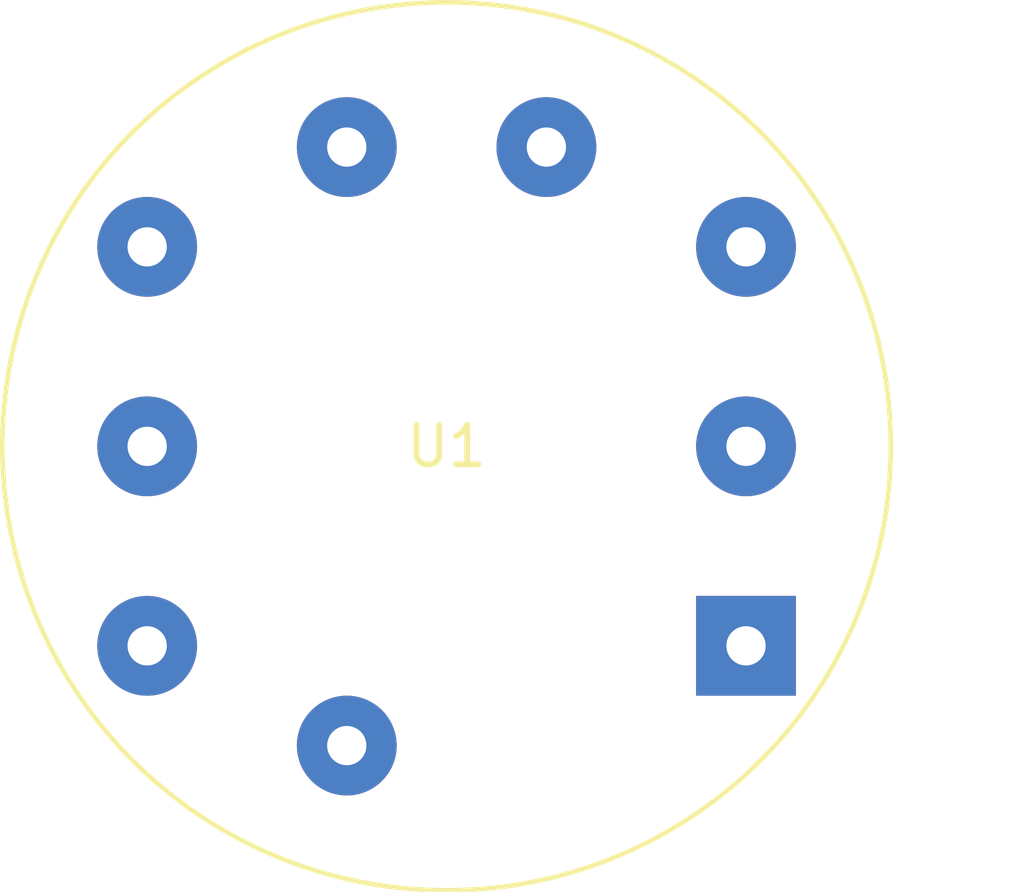
<source format=kicad_pcb>
(kicad_pcb (version 20171130) (host pcbnew 5.0.2-5.fc29)

  (general
    (thickness 1.6)
    (drawings 0)
    (tracks 0)
    (zones 0)
    (modules 1)
    (nets 2)
  )

  (page A4)
  (layers
    (0 F.Cu signal)
    (31 B.Cu signal)
    (32 B.Adhes user)
    (33 F.Adhes user)
    (34 B.Paste user)
    (35 F.Paste user)
    (36 B.SilkS user)
    (37 F.SilkS user)
    (38 B.Mask user)
    (39 F.Mask user)
    (40 Dwgs.User user)
    (41 Cmts.User user)
    (42 Eco1.User user)
    (43 Eco2.User user)
    (44 Edge.Cuts user)
    (45 Margin user)
    (46 B.CrtYd user)
    (47 F.CrtYd user)
    (48 B.Fab user)
    (49 F.Fab user)
  )

  (setup
    (last_trace_width 0.25)
    (trace_clearance 0.2)
    (zone_clearance 0.508)
    (zone_45_only no)
    (trace_min 0.2)
    (segment_width 0.2)
    (edge_width 0.15)
    (via_size 0.8)
    (via_drill 0.4)
    (via_min_size 0.4)
    (via_min_drill 0.3)
    (uvia_size 0.3)
    (uvia_drill 0.1)
    (uvias_allowed no)
    (uvia_min_size 0.2)
    (uvia_min_drill 0.1)
    (pcb_text_width 0.3)
    (pcb_text_size 1.5 1.5)
    (mod_edge_width 0.15)
    (mod_text_size 1 1)
    (mod_text_width 0.15)
    (pad_size 1.524 1.524)
    (pad_drill 0.762)
    (pad_to_mask_clearance 0.051)
    (solder_mask_min_width 0.25)
    (aux_axis_origin 0 0)
    (visible_elements FFFFFF7F)
    (pcbplotparams
      (layerselection 0x010fc_ffffffff)
      (usegerberextensions false)
      (usegerberattributes false)
      (usegerberadvancedattributes false)
      (creategerberjobfile false)
      (excludeedgelayer true)
      (linewidth 0.100000)
      (plotframeref false)
      (viasonmask false)
      (mode 1)
      (useauxorigin false)
      (hpglpennumber 1)
      (hpglpenspeed 20)
      (hpglpendiameter 15.000000)
      (psnegative false)
      (psa4output false)
      (plotreference true)
      (plotvalue true)
      (plotinvisibletext false)
      (padsonsilk false)
      (subtractmaskfromsilk false)
      (outputformat 1)
      (mirror false)
      (drillshape 1)
      (scaleselection 1)
      (outputdirectory ""))
  )

  (net 0 "")
  (net 1 +10V)

  (net_class Default "This is the default net class."
    (clearance 0.2)
    (trace_width 0.25)
    (via_dia 0.8)
    (via_drill 0.4)
    (uvia_dia 0.3)
    (uvia_drill 0.1)
    (add_net +10V)
  )

  (module Valve:Valve_Noval_P (layer F.Cu) (tedit 5A030096) (tstamp 5CA67858)
    (at 113.03 78.74)
    (descr "Valve NOVAL P")
    (tags "Valve NOVAL P")
    (path /5C9A21C4)
    (fp_text reference U1 (at -7.62 -5.08) (layer F.SilkS)
      (effects (font (size 1 1) (thickness 0.15)))
    )
    (fp_text value 6BR8A (at 4.57 4.95) (layer F.Fab)
      (effects (font (size 1 1) (thickness 0.15)))
    )
    (fp_text user %R (at -7.62 -5.08) (layer F.Fab)
      (effects (font (size 1 1) (thickness 0.15)))
    )
    (fp_circle (center -7.62 -5.08) (end 1.63 1.42) (layer F.SilkS) (width 0.12))
    (fp_circle (center -7.62 -5.08) (end 1.63 1.42) (layer F.CrtYd) (width 0.05))
    (fp_circle (center -7.62 -5.08) (end -13.34 0.63) (layer F.Fab) (width 0.1))
    (pad 1 thru_hole rect (at 0 0) (size 2.54 2.54) (drill 1) (layers *.Cu *.Mask)
      (net 1 +10V))
    (pad 2 thru_hole circle (at 0 -5.08) (size 2.54 5.08) (drill 1) (layers *.Cu *.Mask)
      (net 1 +10V))
    (pad 3 thru_hole circle (at 0 -10.16) (size 2.54 5.08) (drill 1) (layers *.Cu *.Mask)
      (net 1 +10V))
    (pad 4 thru_hole circle (at -5.08 -12.7) (size 2.54 5.08) (drill 1) (layers *.Cu *.Mask)
      (net 1 +10V))
    (pad 5 thru_hole circle (at -10.16 -12.7) (size 2.54 5.08) (drill 1) (layers *.Cu *.Mask)
      (net 1 +10V))
    (pad 6 thru_hole circle (at -15.24 -10.16) (size 2.54 5.08) (drill 1) (layers *.Cu *.Mask)
      (net 1 +10V))
    (pad 7 thru_hole circle (at -15.24 -5.08) (size 2.54 5.08) (drill 1) (layers *.Cu *.Mask)
      (net 1 +10V))
    (pad 8 thru_hole circle (at -15.24 0) (size 2.54 5.08) (drill 1) (layers *.Cu *.Mask)
      (net 1 +10V))
    (pad 9 thru_hole circle (at -10.16 2.54) (size 2.54 5.08) (drill 1) (layers *.Cu *.Mask)
      (net 1 +10V))
    (model ${KISYS3DMOD}/Valve.3dshapes/Valve_Noval_P.wrl
      (at (xyz 0 0 0))
      (scale (xyz 1 1 1))
      (rotate (xyz 0 0 0))
    )
  )

)

</source>
